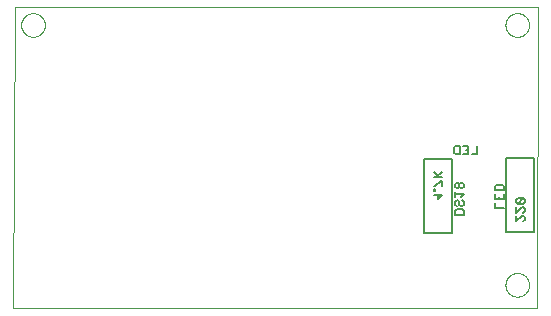
<source format=gbo>
G75*
%MOIN*%
%OFA0B0*%
%FSLAX25Y25*%
%IPPOS*%
%LPD*%
%AMOC8*
5,1,8,0,0,1.08239X$1,22.5*
%
%ADD10C,0.00000*%
%ADD11C,0.00500*%
%ADD12C,0.00800*%
D10*
X0003833Y0004000D02*
X0178333Y0004000D01*
X0178833Y0104394D01*
X0004333Y0104394D01*
X0003833Y0004000D01*
X0006522Y0098488D02*
X0006524Y0098613D01*
X0006530Y0098738D01*
X0006540Y0098862D01*
X0006554Y0098986D01*
X0006571Y0099110D01*
X0006593Y0099233D01*
X0006619Y0099355D01*
X0006648Y0099477D01*
X0006681Y0099597D01*
X0006719Y0099716D01*
X0006759Y0099835D01*
X0006804Y0099951D01*
X0006852Y0100066D01*
X0006904Y0100180D01*
X0006960Y0100292D01*
X0007019Y0100402D01*
X0007081Y0100510D01*
X0007147Y0100617D01*
X0007216Y0100721D01*
X0007289Y0100822D01*
X0007364Y0100922D01*
X0007443Y0101019D01*
X0007525Y0101113D01*
X0007610Y0101205D01*
X0007697Y0101294D01*
X0007788Y0101380D01*
X0007881Y0101463D01*
X0007977Y0101544D01*
X0008075Y0101621D01*
X0008175Y0101695D01*
X0008278Y0101766D01*
X0008383Y0101833D01*
X0008491Y0101898D01*
X0008600Y0101958D01*
X0008711Y0102016D01*
X0008824Y0102069D01*
X0008938Y0102119D01*
X0009054Y0102166D01*
X0009171Y0102208D01*
X0009290Y0102247D01*
X0009410Y0102283D01*
X0009531Y0102314D01*
X0009653Y0102342D01*
X0009775Y0102365D01*
X0009899Y0102385D01*
X0010023Y0102401D01*
X0010147Y0102413D01*
X0010272Y0102421D01*
X0010397Y0102425D01*
X0010521Y0102425D01*
X0010646Y0102421D01*
X0010771Y0102413D01*
X0010895Y0102401D01*
X0011019Y0102385D01*
X0011143Y0102365D01*
X0011265Y0102342D01*
X0011387Y0102314D01*
X0011508Y0102283D01*
X0011628Y0102247D01*
X0011747Y0102208D01*
X0011864Y0102166D01*
X0011980Y0102119D01*
X0012094Y0102069D01*
X0012207Y0102016D01*
X0012318Y0101958D01*
X0012428Y0101898D01*
X0012535Y0101833D01*
X0012640Y0101766D01*
X0012743Y0101695D01*
X0012843Y0101621D01*
X0012941Y0101544D01*
X0013037Y0101463D01*
X0013130Y0101380D01*
X0013221Y0101294D01*
X0013308Y0101205D01*
X0013393Y0101113D01*
X0013475Y0101019D01*
X0013554Y0100922D01*
X0013629Y0100822D01*
X0013702Y0100721D01*
X0013771Y0100617D01*
X0013837Y0100510D01*
X0013899Y0100402D01*
X0013958Y0100292D01*
X0014014Y0100180D01*
X0014066Y0100066D01*
X0014114Y0099951D01*
X0014159Y0099835D01*
X0014199Y0099716D01*
X0014237Y0099597D01*
X0014270Y0099477D01*
X0014299Y0099355D01*
X0014325Y0099233D01*
X0014347Y0099110D01*
X0014364Y0098986D01*
X0014378Y0098862D01*
X0014388Y0098738D01*
X0014394Y0098613D01*
X0014396Y0098488D01*
X0014394Y0098363D01*
X0014388Y0098238D01*
X0014378Y0098114D01*
X0014364Y0097990D01*
X0014347Y0097866D01*
X0014325Y0097743D01*
X0014299Y0097621D01*
X0014270Y0097499D01*
X0014237Y0097379D01*
X0014199Y0097260D01*
X0014159Y0097141D01*
X0014114Y0097025D01*
X0014066Y0096910D01*
X0014014Y0096796D01*
X0013958Y0096684D01*
X0013899Y0096574D01*
X0013837Y0096466D01*
X0013771Y0096359D01*
X0013702Y0096255D01*
X0013629Y0096154D01*
X0013554Y0096054D01*
X0013475Y0095957D01*
X0013393Y0095863D01*
X0013308Y0095771D01*
X0013221Y0095682D01*
X0013130Y0095596D01*
X0013037Y0095513D01*
X0012941Y0095432D01*
X0012843Y0095355D01*
X0012743Y0095281D01*
X0012640Y0095210D01*
X0012535Y0095143D01*
X0012427Y0095078D01*
X0012318Y0095018D01*
X0012207Y0094960D01*
X0012094Y0094907D01*
X0011980Y0094857D01*
X0011864Y0094810D01*
X0011747Y0094768D01*
X0011628Y0094729D01*
X0011508Y0094693D01*
X0011387Y0094662D01*
X0011265Y0094634D01*
X0011143Y0094611D01*
X0011019Y0094591D01*
X0010895Y0094575D01*
X0010771Y0094563D01*
X0010646Y0094555D01*
X0010521Y0094551D01*
X0010397Y0094551D01*
X0010272Y0094555D01*
X0010147Y0094563D01*
X0010023Y0094575D01*
X0009899Y0094591D01*
X0009775Y0094611D01*
X0009653Y0094634D01*
X0009531Y0094662D01*
X0009410Y0094693D01*
X0009290Y0094729D01*
X0009171Y0094768D01*
X0009054Y0094810D01*
X0008938Y0094857D01*
X0008824Y0094907D01*
X0008711Y0094960D01*
X0008600Y0095018D01*
X0008490Y0095078D01*
X0008383Y0095143D01*
X0008278Y0095210D01*
X0008175Y0095281D01*
X0008075Y0095355D01*
X0007977Y0095432D01*
X0007881Y0095513D01*
X0007788Y0095596D01*
X0007697Y0095682D01*
X0007610Y0095771D01*
X0007525Y0095863D01*
X0007443Y0095957D01*
X0007364Y0096054D01*
X0007289Y0096154D01*
X0007216Y0096255D01*
X0007147Y0096359D01*
X0007081Y0096466D01*
X0007019Y0096574D01*
X0006960Y0096684D01*
X0006904Y0096796D01*
X0006852Y0096910D01*
X0006804Y0097025D01*
X0006759Y0097141D01*
X0006719Y0097260D01*
X0006681Y0097379D01*
X0006648Y0097499D01*
X0006619Y0097621D01*
X0006593Y0097743D01*
X0006571Y0097866D01*
X0006554Y0097990D01*
X0006540Y0098114D01*
X0006530Y0098238D01*
X0006524Y0098363D01*
X0006522Y0098488D01*
X0167940Y0098488D02*
X0167942Y0098613D01*
X0167948Y0098738D01*
X0167958Y0098862D01*
X0167972Y0098986D01*
X0167989Y0099110D01*
X0168011Y0099233D01*
X0168037Y0099355D01*
X0168066Y0099477D01*
X0168099Y0099597D01*
X0168137Y0099716D01*
X0168177Y0099835D01*
X0168222Y0099951D01*
X0168270Y0100066D01*
X0168322Y0100180D01*
X0168378Y0100292D01*
X0168437Y0100402D01*
X0168499Y0100510D01*
X0168565Y0100617D01*
X0168634Y0100721D01*
X0168707Y0100822D01*
X0168782Y0100922D01*
X0168861Y0101019D01*
X0168943Y0101113D01*
X0169028Y0101205D01*
X0169115Y0101294D01*
X0169206Y0101380D01*
X0169299Y0101463D01*
X0169395Y0101544D01*
X0169493Y0101621D01*
X0169593Y0101695D01*
X0169696Y0101766D01*
X0169801Y0101833D01*
X0169909Y0101898D01*
X0170018Y0101958D01*
X0170129Y0102016D01*
X0170242Y0102069D01*
X0170356Y0102119D01*
X0170472Y0102166D01*
X0170589Y0102208D01*
X0170708Y0102247D01*
X0170828Y0102283D01*
X0170949Y0102314D01*
X0171071Y0102342D01*
X0171193Y0102365D01*
X0171317Y0102385D01*
X0171441Y0102401D01*
X0171565Y0102413D01*
X0171690Y0102421D01*
X0171815Y0102425D01*
X0171939Y0102425D01*
X0172064Y0102421D01*
X0172189Y0102413D01*
X0172313Y0102401D01*
X0172437Y0102385D01*
X0172561Y0102365D01*
X0172683Y0102342D01*
X0172805Y0102314D01*
X0172926Y0102283D01*
X0173046Y0102247D01*
X0173165Y0102208D01*
X0173282Y0102166D01*
X0173398Y0102119D01*
X0173512Y0102069D01*
X0173625Y0102016D01*
X0173736Y0101958D01*
X0173846Y0101898D01*
X0173953Y0101833D01*
X0174058Y0101766D01*
X0174161Y0101695D01*
X0174261Y0101621D01*
X0174359Y0101544D01*
X0174455Y0101463D01*
X0174548Y0101380D01*
X0174639Y0101294D01*
X0174726Y0101205D01*
X0174811Y0101113D01*
X0174893Y0101019D01*
X0174972Y0100922D01*
X0175047Y0100822D01*
X0175120Y0100721D01*
X0175189Y0100617D01*
X0175255Y0100510D01*
X0175317Y0100402D01*
X0175376Y0100292D01*
X0175432Y0100180D01*
X0175484Y0100066D01*
X0175532Y0099951D01*
X0175577Y0099835D01*
X0175617Y0099716D01*
X0175655Y0099597D01*
X0175688Y0099477D01*
X0175717Y0099355D01*
X0175743Y0099233D01*
X0175765Y0099110D01*
X0175782Y0098986D01*
X0175796Y0098862D01*
X0175806Y0098738D01*
X0175812Y0098613D01*
X0175814Y0098488D01*
X0175812Y0098363D01*
X0175806Y0098238D01*
X0175796Y0098114D01*
X0175782Y0097990D01*
X0175765Y0097866D01*
X0175743Y0097743D01*
X0175717Y0097621D01*
X0175688Y0097499D01*
X0175655Y0097379D01*
X0175617Y0097260D01*
X0175577Y0097141D01*
X0175532Y0097025D01*
X0175484Y0096910D01*
X0175432Y0096796D01*
X0175376Y0096684D01*
X0175317Y0096574D01*
X0175255Y0096466D01*
X0175189Y0096359D01*
X0175120Y0096255D01*
X0175047Y0096154D01*
X0174972Y0096054D01*
X0174893Y0095957D01*
X0174811Y0095863D01*
X0174726Y0095771D01*
X0174639Y0095682D01*
X0174548Y0095596D01*
X0174455Y0095513D01*
X0174359Y0095432D01*
X0174261Y0095355D01*
X0174161Y0095281D01*
X0174058Y0095210D01*
X0173953Y0095143D01*
X0173845Y0095078D01*
X0173736Y0095018D01*
X0173625Y0094960D01*
X0173512Y0094907D01*
X0173398Y0094857D01*
X0173282Y0094810D01*
X0173165Y0094768D01*
X0173046Y0094729D01*
X0172926Y0094693D01*
X0172805Y0094662D01*
X0172683Y0094634D01*
X0172561Y0094611D01*
X0172437Y0094591D01*
X0172313Y0094575D01*
X0172189Y0094563D01*
X0172064Y0094555D01*
X0171939Y0094551D01*
X0171815Y0094551D01*
X0171690Y0094555D01*
X0171565Y0094563D01*
X0171441Y0094575D01*
X0171317Y0094591D01*
X0171193Y0094611D01*
X0171071Y0094634D01*
X0170949Y0094662D01*
X0170828Y0094693D01*
X0170708Y0094729D01*
X0170589Y0094768D01*
X0170472Y0094810D01*
X0170356Y0094857D01*
X0170242Y0094907D01*
X0170129Y0094960D01*
X0170018Y0095018D01*
X0169908Y0095078D01*
X0169801Y0095143D01*
X0169696Y0095210D01*
X0169593Y0095281D01*
X0169493Y0095355D01*
X0169395Y0095432D01*
X0169299Y0095513D01*
X0169206Y0095596D01*
X0169115Y0095682D01*
X0169028Y0095771D01*
X0168943Y0095863D01*
X0168861Y0095957D01*
X0168782Y0096054D01*
X0168707Y0096154D01*
X0168634Y0096255D01*
X0168565Y0096359D01*
X0168499Y0096466D01*
X0168437Y0096574D01*
X0168378Y0096684D01*
X0168322Y0096796D01*
X0168270Y0096910D01*
X0168222Y0097025D01*
X0168177Y0097141D01*
X0168137Y0097260D01*
X0168099Y0097379D01*
X0168066Y0097499D01*
X0168037Y0097621D01*
X0168011Y0097743D01*
X0167989Y0097866D01*
X0167972Y0097990D01*
X0167958Y0098114D01*
X0167948Y0098238D01*
X0167942Y0098363D01*
X0167940Y0098488D01*
X0167940Y0011874D02*
X0167942Y0011999D01*
X0167948Y0012124D01*
X0167958Y0012248D01*
X0167972Y0012372D01*
X0167989Y0012496D01*
X0168011Y0012619D01*
X0168037Y0012741D01*
X0168066Y0012863D01*
X0168099Y0012983D01*
X0168137Y0013102D01*
X0168177Y0013221D01*
X0168222Y0013337D01*
X0168270Y0013452D01*
X0168322Y0013566D01*
X0168378Y0013678D01*
X0168437Y0013788D01*
X0168499Y0013896D01*
X0168565Y0014003D01*
X0168634Y0014107D01*
X0168707Y0014208D01*
X0168782Y0014308D01*
X0168861Y0014405D01*
X0168943Y0014499D01*
X0169028Y0014591D01*
X0169115Y0014680D01*
X0169206Y0014766D01*
X0169299Y0014849D01*
X0169395Y0014930D01*
X0169493Y0015007D01*
X0169593Y0015081D01*
X0169696Y0015152D01*
X0169801Y0015219D01*
X0169909Y0015284D01*
X0170018Y0015344D01*
X0170129Y0015402D01*
X0170242Y0015455D01*
X0170356Y0015505D01*
X0170472Y0015552D01*
X0170589Y0015594D01*
X0170708Y0015633D01*
X0170828Y0015669D01*
X0170949Y0015700D01*
X0171071Y0015728D01*
X0171193Y0015751D01*
X0171317Y0015771D01*
X0171441Y0015787D01*
X0171565Y0015799D01*
X0171690Y0015807D01*
X0171815Y0015811D01*
X0171939Y0015811D01*
X0172064Y0015807D01*
X0172189Y0015799D01*
X0172313Y0015787D01*
X0172437Y0015771D01*
X0172561Y0015751D01*
X0172683Y0015728D01*
X0172805Y0015700D01*
X0172926Y0015669D01*
X0173046Y0015633D01*
X0173165Y0015594D01*
X0173282Y0015552D01*
X0173398Y0015505D01*
X0173512Y0015455D01*
X0173625Y0015402D01*
X0173736Y0015344D01*
X0173846Y0015284D01*
X0173953Y0015219D01*
X0174058Y0015152D01*
X0174161Y0015081D01*
X0174261Y0015007D01*
X0174359Y0014930D01*
X0174455Y0014849D01*
X0174548Y0014766D01*
X0174639Y0014680D01*
X0174726Y0014591D01*
X0174811Y0014499D01*
X0174893Y0014405D01*
X0174972Y0014308D01*
X0175047Y0014208D01*
X0175120Y0014107D01*
X0175189Y0014003D01*
X0175255Y0013896D01*
X0175317Y0013788D01*
X0175376Y0013678D01*
X0175432Y0013566D01*
X0175484Y0013452D01*
X0175532Y0013337D01*
X0175577Y0013221D01*
X0175617Y0013102D01*
X0175655Y0012983D01*
X0175688Y0012863D01*
X0175717Y0012741D01*
X0175743Y0012619D01*
X0175765Y0012496D01*
X0175782Y0012372D01*
X0175796Y0012248D01*
X0175806Y0012124D01*
X0175812Y0011999D01*
X0175814Y0011874D01*
X0175812Y0011749D01*
X0175806Y0011624D01*
X0175796Y0011500D01*
X0175782Y0011376D01*
X0175765Y0011252D01*
X0175743Y0011129D01*
X0175717Y0011007D01*
X0175688Y0010885D01*
X0175655Y0010765D01*
X0175617Y0010646D01*
X0175577Y0010527D01*
X0175532Y0010411D01*
X0175484Y0010296D01*
X0175432Y0010182D01*
X0175376Y0010070D01*
X0175317Y0009960D01*
X0175255Y0009852D01*
X0175189Y0009745D01*
X0175120Y0009641D01*
X0175047Y0009540D01*
X0174972Y0009440D01*
X0174893Y0009343D01*
X0174811Y0009249D01*
X0174726Y0009157D01*
X0174639Y0009068D01*
X0174548Y0008982D01*
X0174455Y0008899D01*
X0174359Y0008818D01*
X0174261Y0008741D01*
X0174161Y0008667D01*
X0174058Y0008596D01*
X0173953Y0008529D01*
X0173845Y0008464D01*
X0173736Y0008404D01*
X0173625Y0008346D01*
X0173512Y0008293D01*
X0173398Y0008243D01*
X0173282Y0008196D01*
X0173165Y0008154D01*
X0173046Y0008115D01*
X0172926Y0008079D01*
X0172805Y0008048D01*
X0172683Y0008020D01*
X0172561Y0007997D01*
X0172437Y0007977D01*
X0172313Y0007961D01*
X0172189Y0007949D01*
X0172064Y0007941D01*
X0171939Y0007937D01*
X0171815Y0007937D01*
X0171690Y0007941D01*
X0171565Y0007949D01*
X0171441Y0007961D01*
X0171317Y0007977D01*
X0171193Y0007997D01*
X0171071Y0008020D01*
X0170949Y0008048D01*
X0170828Y0008079D01*
X0170708Y0008115D01*
X0170589Y0008154D01*
X0170472Y0008196D01*
X0170356Y0008243D01*
X0170242Y0008293D01*
X0170129Y0008346D01*
X0170018Y0008404D01*
X0169908Y0008464D01*
X0169801Y0008529D01*
X0169696Y0008596D01*
X0169593Y0008667D01*
X0169493Y0008741D01*
X0169395Y0008818D01*
X0169299Y0008899D01*
X0169206Y0008982D01*
X0169115Y0009068D01*
X0169028Y0009157D01*
X0168943Y0009249D01*
X0168861Y0009343D01*
X0168782Y0009440D01*
X0168707Y0009540D01*
X0168634Y0009641D01*
X0168565Y0009745D01*
X0168499Y0009852D01*
X0168437Y0009960D01*
X0168378Y0010070D01*
X0168322Y0010182D01*
X0168270Y0010296D01*
X0168222Y0010411D01*
X0168177Y0010527D01*
X0168137Y0010646D01*
X0168099Y0010765D01*
X0168066Y0010885D01*
X0168037Y0011007D01*
X0168011Y0011129D01*
X0167989Y0011252D01*
X0167972Y0011376D01*
X0167958Y0011500D01*
X0167948Y0011624D01*
X0167942Y0011749D01*
X0167940Y0011874D01*
D11*
X0171603Y0033006D02*
X0173405Y0034807D01*
X0173855Y0034807D01*
X0174305Y0034357D01*
X0174305Y0033456D01*
X0173855Y0033006D01*
X0171603Y0033006D02*
X0171603Y0034807D01*
X0171603Y0035952D02*
X0173405Y0037754D01*
X0173855Y0037754D01*
X0174305Y0037304D01*
X0174305Y0036403D01*
X0173855Y0035952D01*
X0171603Y0035952D02*
X0171603Y0037754D01*
X0172053Y0038899D02*
X0173855Y0040700D01*
X0172053Y0040700D01*
X0171603Y0040250D01*
X0171603Y0039349D01*
X0172053Y0038899D01*
X0173855Y0038899D01*
X0174305Y0039349D01*
X0174305Y0040250D01*
X0173855Y0040700D01*
X0167305Y0040397D02*
X0164603Y0040397D01*
X0164603Y0042199D01*
X0164603Y0043344D02*
X0164603Y0044695D01*
X0165053Y0045145D01*
X0166855Y0045145D01*
X0167305Y0044695D01*
X0167305Y0043344D01*
X0164603Y0043344D01*
X0165954Y0041298D02*
X0165954Y0040397D01*
X0167305Y0040397D02*
X0167305Y0042199D01*
X0164603Y0039252D02*
X0164603Y0037451D01*
X0167305Y0037451D01*
X0153956Y0036599D02*
X0153956Y0035247D01*
X0151253Y0035247D01*
X0151253Y0036599D01*
X0151704Y0037049D01*
X0153505Y0037049D01*
X0153956Y0036599D01*
X0153505Y0038194D02*
X0153055Y0038194D01*
X0152605Y0038644D01*
X0152605Y0039545D01*
X0152154Y0039995D01*
X0151704Y0039995D01*
X0151253Y0039545D01*
X0151253Y0038644D01*
X0151704Y0038194D01*
X0153505Y0038194D02*
X0153956Y0038644D01*
X0153956Y0039545D01*
X0153505Y0039995D01*
X0153055Y0041140D02*
X0153956Y0042041D01*
X0151253Y0042041D01*
X0151253Y0041140D02*
X0151253Y0042942D01*
X0151704Y0044087D02*
X0152154Y0044087D01*
X0152605Y0044537D01*
X0152605Y0045438D01*
X0152154Y0045888D01*
X0151704Y0045888D01*
X0151253Y0045438D01*
X0151253Y0044537D01*
X0151704Y0044087D01*
X0152605Y0044537D02*
X0153055Y0044087D01*
X0153505Y0044087D01*
X0153956Y0044537D01*
X0153956Y0045438D01*
X0153505Y0045888D01*
X0153055Y0045888D01*
X0152605Y0045438D01*
X0146751Y0044759D02*
X0146751Y0046560D01*
X0146301Y0046560D01*
X0144499Y0044759D01*
X0144049Y0044759D01*
X0144049Y0043736D02*
X0144049Y0043285D01*
X0144499Y0043285D01*
X0144499Y0043736D01*
X0144049Y0043736D01*
X0144049Y0041690D02*
X0146751Y0041690D01*
X0145400Y0040339D01*
X0145400Y0042140D01*
X0144949Y0047705D02*
X0146751Y0049507D01*
X0146751Y0047705D02*
X0144049Y0047705D01*
X0145400Y0048155D02*
X0144049Y0049507D01*
X0150854Y0055874D02*
X0151305Y0055424D01*
X0152656Y0055424D01*
X0152656Y0058126D01*
X0151305Y0058126D01*
X0150854Y0057676D01*
X0150854Y0055874D01*
X0153801Y0055424D02*
X0155602Y0055424D01*
X0155602Y0058126D01*
X0153801Y0058126D01*
X0154702Y0056775D02*
X0155602Y0056775D01*
X0156747Y0055424D02*
X0158549Y0055424D01*
X0158549Y0058126D01*
D12*
X0150223Y0053803D02*
X0150223Y0029000D01*
X0140774Y0029000D01*
X0140774Y0053803D01*
X0150223Y0053803D01*
X0168129Y0054157D02*
X0168129Y0029354D01*
X0177577Y0029354D01*
X0177577Y0054157D01*
X0168129Y0054157D01*
M02*

</source>
